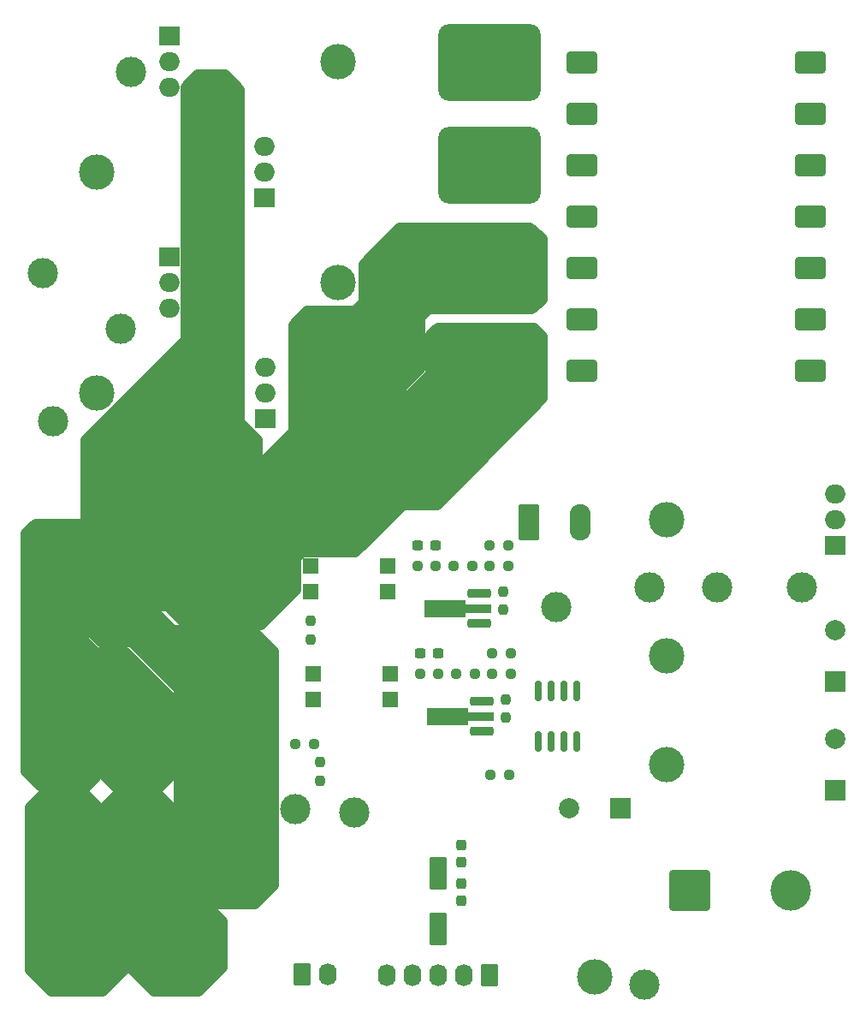
<source format=gbr>
%TF.GenerationSoftware,KiCad,Pcbnew,9.0.3*%
%TF.CreationDate,2025-08-21T00:43:34-03:00*%
%TF.ProjectId,PCB_Conversor,5043425f-436f-46e7-9665-72736f722e6b,rev?*%
%TF.SameCoordinates,Original*%
%TF.FileFunction,Soldermask,Bot*%
%TF.FilePolarity,Negative*%
%FSLAX46Y46*%
G04 Gerber Fmt 4.6, Leading zero omitted, Abs format (unit mm)*
G04 Created by KiCad (PCBNEW 9.0.3) date 2025-08-21 00:43:34*
%MOMM*%
%LPD*%
G01*
G04 APERTURE LIST*
G04 Aperture macros list*
%AMRoundRect*
0 Rectangle with rounded corners*
0 $1 Rounding radius*
0 $2 $3 $4 $5 $6 $7 $8 $9 X,Y pos of 4 corners*
0 Add a 4 corners polygon primitive as box body*
4,1,4,$2,$3,$4,$5,$6,$7,$8,$9,$2,$3,0*
0 Add four circle primitives for the rounded corners*
1,1,$1+$1,$2,$3*
1,1,$1+$1,$4,$5*
1,1,$1+$1,$6,$7*
1,1,$1+$1,$8,$9*
0 Add four rect primitives between the rounded corners*
20,1,$1+$1,$2,$3,$4,$5,0*
20,1,$1+$1,$4,$5,$6,$7,0*
20,1,$1+$1,$6,$7,$8,$9,0*
20,1,$1+$1,$8,$9,$2,$3,0*%
%AMFreePoly0*
4,1,9,5.362500,-0.866500,1.237500,-0.866500,1.237500,-0.450000,-1.237500,-0.450000,-1.237500,0.450000,1.237500,0.450000,1.237500,0.866500,5.362500,0.866500,5.362500,-0.866500,5.362500,-0.866500,$1*%
G04 Aperture macros list end*
%ADD10C,1.200000*%
%ADD11C,8.636000*%
%ADD12RoundRect,0.250000X0.620000X0.845000X-0.620000X0.845000X-0.620000X-0.845000X0.620000X-0.845000X0*%
%ADD13O,1.740000X2.190000*%
%ADD14C,3.000000*%
%ADD15RoundRect,0.250001X-0.949999X0.949999X-0.949999X-0.949999X0.949999X-0.949999X0.949999X0.949999X0*%
%ADD16C,2.400000*%
%ADD17RoundRect,0.250000X-1.750000X-1.750000X1.750000X-1.750000X1.750000X1.750000X-1.750000X1.750000X0*%
%ADD18C,4.000000*%
%ADD19C,3.810000*%
%ADD20RoundRect,0.249999X-0.790001X-1.550001X0.790001X-1.550001X0.790001X1.550001X-0.790001X1.550001X0*%
%ADD21O,2.080000X3.600000*%
%ADD22RoundRect,0.250000X-0.620000X-0.845000X0.620000X-0.845000X0.620000X0.845000X-0.620000X0.845000X0*%
%ADD23RoundRect,1.143000X-3.937000X2.667000X-3.937000X-2.667000X3.937000X-2.667000X3.937000X2.667000X0*%
%ADD24RoundRect,0.330000X-1.170000X-0.770000X1.170000X-0.770000X1.170000X0.770000X-1.170000X0.770000X0*%
%ADD25C,3.500000*%
%ADD26R,2.000000X2.000000*%
%ADD27C,2.000000*%
%ADD28RoundRect,0.237500X-0.237500X0.300000X-0.237500X-0.300000X0.237500X-0.300000X0.237500X0.300000X0*%
%ADD29RoundRect,0.237500X-0.250000X-0.237500X0.250000X-0.237500X0.250000X0.237500X-0.250000X0.237500X0*%
%ADD30RoundRect,0.237500X0.250000X0.237500X-0.250000X0.237500X-0.250000X-0.237500X0.250000X-0.237500X0*%
%ADD31RoundRect,0.150000X-0.150000X0.825000X-0.150000X-0.825000X0.150000X-0.825000X0.150000X0.825000X0*%
%ADD32R,2.000000X1.905000*%
%ADD33O,2.000000X1.905000*%
%ADD34RoundRect,0.250000X0.550000X0.550000X-0.550000X0.550000X-0.550000X-0.550000X0.550000X-0.550000X0*%
%ADD35RoundRect,0.225000X0.925000X0.225000X-0.925000X0.225000X-0.925000X-0.225000X0.925000X-0.225000X0*%
%ADD36FreePoly0,180.000000*%
%ADD37RoundRect,0.237500X-0.237500X0.250000X-0.237500X-0.250000X0.237500X-0.250000X0.237500X0.250000X0*%
%ADD38RoundRect,0.237500X0.300000X0.237500X-0.300000X0.237500X-0.300000X-0.237500X0.300000X-0.237500X0*%
%ADD39RoundRect,0.250000X0.600000X-1.400000X0.600000X1.400000X-0.600000X1.400000X-0.600000X-1.400000X0*%
%ADD40RoundRect,0.237500X0.237500X-0.300000X0.237500X0.300000X-0.237500X0.300000X-0.237500X-0.300000X0*%
G04 APERTURE END LIST*
D10*
X113397710Y-71544995D02*
X113396465Y-77545745D01*
X112382000Y-78403246D01*
X102202001Y-78403246D01*
X101269000Y-79307757D01*
X101269000Y-84466246D01*
X81838000Y-103897246D01*
X68376000Y-103897246D01*
X64820000Y-107453246D01*
X64820000Y-113168246D01*
X69138000Y-117486246D01*
X69138000Y-124852246D01*
X68122000Y-125868246D01*
X64058000Y-125868246D01*
X62407000Y-124217246D01*
X62407000Y-100722246D01*
X63296000Y-99833246D01*
X79679848Y-99833246D01*
X88887000Y-90595246D01*
X88887000Y-80145218D01*
X90191370Y-78762362D01*
X94873860Y-78760087D01*
X95808000Y-77937300D01*
X95808000Y-74134009D01*
X99301000Y-70529246D01*
X112178812Y-70529246D01*
X113397710Y-71544995D01*
G36*
X113397710Y-71544995D02*
G01*
X113396465Y-77545745D01*
X112382000Y-78403246D01*
X102202001Y-78403246D01*
X101269000Y-79307757D01*
X101269000Y-84466246D01*
X81838000Y-103897246D01*
X68376000Y-103897246D01*
X64820000Y-107453246D01*
X64820000Y-113168246D01*
X69138000Y-117486246D01*
X69138000Y-124852246D01*
X68122000Y-125868246D01*
X64058000Y-125868246D01*
X62407000Y-124217246D01*
X62407000Y-100722246D01*
X63296000Y-99833246D01*
X79679848Y-99833246D01*
X88887000Y-90595246D01*
X88887000Y-80145218D01*
X90191370Y-78762362D01*
X94873860Y-78760087D01*
X95808000Y-77937300D01*
X95808000Y-74134009D01*
X99301000Y-70529246D01*
X112178812Y-70529246D01*
X113397710Y-71544995D01*
G37*
X69265000Y-127646246D02*
X69265000Y-134631246D01*
X71932000Y-137298246D01*
X71932000Y-143902246D01*
X69900000Y-145934246D01*
X64820000Y-145934246D01*
X62788000Y-143902246D01*
X62788000Y-127773246D01*
X64058000Y-126503246D01*
X68122000Y-126503246D01*
X69265000Y-127646246D01*
G36*
X69265000Y-127646246D02*
G01*
X69265000Y-134631246D01*
X71932000Y-137298246D01*
X71932000Y-143902246D01*
X69900000Y-145934246D01*
X64820000Y-145934246D01*
X62788000Y-143902246D01*
X62788000Y-127773246D01*
X64058000Y-126503246D01*
X68122000Y-126503246D01*
X69265000Y-127646246D01*
G37*
X76631000Y-127773246D02*
X76631000Y-133996246D01*
X81711000Y-139076246D01*
X81711000Y-143648246D01*
X79425000Y-145934246D01*
X74980000Y-145934246D01*
X72948000Y-143902246D01*
X72948000Y-136830651D01*
X70154000Y-134163651D01*
X70154000Y-127773246D01*
X71424000Y-126503246D01*
X75361000Y-126503246D01*
X76631000Y-127773246D01*
G36*
X76631000Y-127773246D02*
G01*
X76631000Y-133996246D01*
X81711000Y-139076246D01*
X81711000Y-143648246D01*
X79425000Y-145934246D01*
X74980000Y-145934246D01*
X72948000Y-143902246D01*
X72948000Y-136830651D01*
X70154000Y-134163651D01*
X70154000Y-127773246D01*
X71424000Y-126503246D01*
X75361000Y-126503246D01*
X76631000Y-127773246D01*
G37*
X113398000Y-81197246D02*
X113398000Y-87293246D01*
X103050335Y-97801246D01*
X99618000Y-97801246D01*
X94919000Y-102500246D01*
X89585000Y-102500246D01*
X88950000Y-103135246D01*
X88950000Y-106310246D01*
X85587000Y-109673246D01*
X78216000Y-109673246D01*
X76377000Y-107834246D01*
X69138000Y-107834246D01*
X67995000Y-108977246D01*
X67995000Y-111263246D01*
X69265000Y-112533246D01*
X72186000Y-112533246D01*
X76504000Y-116851246D01*
X76504000Y-124725246D01*
X75361000Y-125868246D01*
X71424000Y-125868246D01*
X70027000Y-124471246D01*
X70027000Y-116978246D01*
X65328000Y-112279246D01*
X65328000Y-108088246D01*
X68630000Y-104786246D01*
X82537000Y-104786246D01*
X102476000Y-84957738D01*
X102476000Y-81070246D01*
X103111000Y-80435246D01*
X112636000Y-80435246D01*
X113398000Y-81197246D01*
G36*
X113398000Y-81197246D02*
G01*
X113398000Y-87293246D01*
X103050335Y-97801246D01*
X99618000Y-97801246D01*
X94919000Y-102500246D01*
X89585000Y-102500246D01*
X88950000Y-103135246D01*
X88950000Y-106310246D01*
X85587000Y-109673246D01*
X78216000Y-109673246D01*
X76377000Y-107834246D01*
X69138000Y-107834246D01*
X67995000Y-108977246D01*
X67995000Y-111263246D01*
X69265000Y-112533246D01*
X72186000Y-112533246D01*
X76504000Y-116851246D01*
X76504000Y-124725246D01*
X75361000Y-125868246D01*
X71424000Y-125868246D01*
X70027000Y-124471246D01*
X70027000Y-116978246D01*
X65328000Y-112279246D01*
X65328000Y-108088246D01*
X68630000Y-104786246D01*
X82537000Y-104786246D01*
X102476000Y-84957738D01*
X102476000Y-81070246D01*
X103111000Y-80435246D01*
X112636000Y-80435246D01*
X113398000Y-81197246D01*
G37*
X76885000Y-110374246D02*
X84759000Y-110374246D01*
X86791000Y-112406246D01*
X86791000Y-135520246D01*
X85013000Y-137298246D01*
X80949000Y-137298246D01*
X77520000Y-133869246D01*
X77520000Y-116089246D01*
X72821000Y-111390246D01*
X69773000Y-111390246D01*
X69011000Y-110628246D01*
X69011000Y-109612246D01*
X69900000Y-108723246D01*
X75234000Y-108723246D01*
X76885000Y-110374246D01*
G36*
X76885000Y-110374246D02*
G01*
X84759000Y-110374246D01*
X86791000Y-112406246D01*
X86791000Y-135520246D01*
X85013000Y-137298246D01*
X80949000Y-137298246D01*
X77520000Y-133869246D01*
X77520000Y-116089246D01*
X72821000Y-111390246D01*
X69773000Y-111390246D01*
X69011000Y-110628246D01*
X69011000Y-109612246D01*
X69900000Y-108723246D01*
X75234000Y-108723246D01*
X76885000Y-110374246D01*
G37*
X83426000Y-56813246D02*
X83426000Y-89706246D01*
X85204000Y-91484246D01*
X85204000Y-93008246D01*
X79108000Y-99104246D01*
X68313000Y-99104246D01*
X68313000Y-91484246D01*
X78219000Y-81578246D01*
X78219000Y-56559246D01*
X79362000Y-55416246D01*
X82029000Y-55416246D01*
X83426000Y-56813246D01*
G36*
X83426000Y-56813246D02*
G01*
X83426000Y-89706246D01*
X85204000Y-91484246D01*
X85204000Y-93008246D01*
X79108000Y-99104246D01*
X68313000Y-99104246D01*
X68313000Y-91484246D01*
X78219000Y-81578246D01*
X78219000Y-56559246D01*
X79362000Y-55416246D01*
X82029000Y-55416246D01*
X83426000Y-56813246D01*
G37*
D11*
%TO.C,Pwr+2*%
X77330000Y-141616246D03*
%TD*%
D12*
%TO.C,HMI_Signal_B1*%
X108191000Y-144410246D03*
D13*
X105651000Y-144410246D03*
X103111000Y-144410246D03*
X100571000Y-144410246D03*
X98031000Y-144410246D03*
%TD*%
D14*
%TO.C,TP2*%
X71742000Y-80435246D03*
%TD*%
D15*
%TO.C,C3*%
X69723000Y-102659246D03*
D16*
X69723000Y-110159246D03*
%TD*%
D15*
%TO.C,C4*%
X85839000Y-106353492D03*
D16*
X85839000Y-113853492D03*
%TD*%
D14*
%TO.C,TP5*%
X123494000Y-145299246D03*
%TD*%
D17*
%TO.C,C5*%
X128003000Y-136028246D03*
D18*
X138003000Y-136028246D03*
%TD*%
D19*
%TO.C,F1*%
X65836000Y-133361246D03*
X65836000Y-128281246D03*
X65836000Y-124090246D03*
X65836000Y-119010246D03*
%TD*%
D14*
%TO.C,TP6*%
X65011000Y-89579246D03*
%TD*%
D11*
%TO.C,Pwr+1*%
X67551000Y-141616246D03*
%TD*%
D14*
%TO.C,TP8*%
X114795000Y-107961246D03*
%TD*%
%TO.C,TP7*%
X63995000Y-74974246D03*
%TD*%
%TO.C,TP9*%
X94856000Y-128314246D03*
%TD*%
D20*
%TO.C,HVDCBus_A1*%
X112128000Y-99579246D03*
D21*
X117208000Y-99579246D03*
%TD*%
D14*
%TO.C,TP4*%
X124002000Y-106056246D03*
%TD*%
D22*
%TO.C,12V_PwrCnv1*%
X89649000Y-144283246D03*
D13*
X92189000Y-144283246D03*
%TD*%
D11*
%TO.C,Pwr-1*%
X82410000Y-123201246D03*
%TD*%
D14*
%TO.C,TP3*%
X72758000Y-55035246D03*
%TD*%
D23*
%TO.C,TR1*%
X108191000Y-54146246D03*
X108191000Y-64306246D03*
X108191000Y-74466246D03*
X108191000Y-84626246D03*
D24*
X139941000Y-54146246D03*
X139941000Y-74466246D03*
X117335000Y-54146246D03*
X139941000Y-59226246D03*
X117335000Y-59226246D03*
X139941000Y-64306246D03*
X117335000Y-64306246D03*
X139941000Y-69386246D03*
X117335000Y-69386246D03*
X117335000Y-74466246D03*
X139941000Y-79546246D03*
X117335000Y-79546246D03*
X139941000Y-84626246D03*
X117335000Y-84626246D03*
%TD*%
D11*
%TO.C,Pwr-2*%
X82410000Y-132599246D03*
%TD*%
D19*
%TO.C,F2*%
X73329000Y-133361246D03*
X73329000Y-128281246D03*
X73329000Y-124090246D03*
X73329000Y-119010246D03*
%TD*%
D14*
%TO.C,L1*%
X139115000Y-106056246D03*
X130735000Y-106056246D03*
%TD*%
%TO.C,TP1*%
X89014000Y-127933246D03*
%TD*%
D25*
%TO.C,D4*%
X125757000Y-123582246D03*
D26*
X142417000Y-126122246D03*
D27*
X142417000Y-121042246D03*
%TD*%
D28*
%TO.C,C12*%
X105397000Y-131482746D03*
X105397000Y-133207746D03*
%TD*%
D29*
%TO.C,R36*%
X108191000Y-103897246D03*
X110016000Y-103897246D03*
%TD*%
D25*
%TO.C,D5*%
X118607000Y-144560246D03*
D26*
X121147000Y-127900246D03*
D27*
X116067000Y-127900246D03*
%TD*%
D30*
%TO.C,R34*%
X110016000Y-101865246D03*
X108191000Y-101865246D03*
%TD*%
D31*
%TO.C,U11*%
X113017000Y-116281246D03*
X114287000Y-116281246D03*
X115557000Y-116281246D03*
X116827000Y-116281246D03*
X116827000Y-121231246D03*
X115557000Y-121231246D03*
X114287000Y-121231246D03*
X113017000Y-121231246D03*
%TD*%
D25*
%TO.C,D3*%
X125757000Y-99325246D03*
D32*
X142417000Y-101865246D03*
D33*
X142417000Y-99325246D03*
X142417000Y-96785246D03*
%TD*%
D29*
%TO.C,R38*%
X101055500Y-103897246D03*
X102880500Y-103897246D03*
%TD*%
D34*
%TO.C,U14*%
X98158000Y-103897246D03*
X98158000Y-106437246D03*
X90538000Y-106437246D03*
X90538000Y-103897246D03*
%TD*%
D35*
%TO.C,U13*%
X107212000Y-106612246D03*
D36*
X107124500Y-108112246D03*
D35*
X107212000Y-109612246D03*
%TD*%
D25*
%TO.C,D2*%
X125757000Y-112787246D03*
D26*
X142417000Y-115327246D03*
D27*
X142417000Y-110247246D03*
%TD*%
D30*
%TO.C,R46*%
X90815500Y-121550246D03*
X88990500Y-121550246D03*
%TD*%
D25*
%TO.C,Q18*%
X93205000Y-54082746D03*
D32*
X76545000Y-51542746D03*
D33*
X76545000Y-54082746D03*
X76545000Y-56622746D03*
%TD*%
D37*
%TO.C,R47*%
X91427000Y-123337746D03*
X91427000Y-125162746D03*
%TD*%
D38*
%TO.C,C18*%
X103084499Y-112533246D03*
X101359499Y-112533246D03*
%TD*%
D34*
%TO.C,U16*%
X98412000Y-114565246D03*
X98412000Y-117105246D03*
X90792000Y-117105246D03*
X90792000Y-114565246D03*
%TD*%
D25*
%TO.C,Q21*%
X69329000Y-86785246D03*
D32*
X85989000Y-89325246D03*
D33*
X85989000Y-86785246D03*
X85989000Y-84245246D03*
%TD*%
D30*
%TO.C,R27*%
X110119500Y-124598246D03*
X108294500Y-124598246D03*
%TD*%
D25*
%TO.C,Q15*%
X69306000Y-64941246D03*
D32*
X85966000Y-67481246D03*
D33*
X85966000Y-64941246D03*
X85966000Y-62401246D03*
%TD*%
D29*
%TO.C,R45*%
X101309500Y-114565246D03*
X103134500Y-114565246D03*
%TD*%
D37*
%TO.C,R35*%
X109588000Y-106413746D03*
X109588000Y-108238746D03*
%TD*%
%TO.C,R39*%
X90538000Y-109358246D03*
X90538000Y-111183246D03*
%TD*%
%TO.C,R42*%
X109842000Y-117081745D03*
X109842000Y-118906745D03*
%TD*%
D29*
%TO.C,R44*%
X104889000Y-114565246D03*
X106714000Y-114565246D03*
%TD*%
D30*
%TO.C,R41*%
X110270000Y-112533246D03*
X108445000Y-112533246D03*
%TD*%
D38*
%TO.C,C17*%
X102830500Y-101865246D03*
X101105500Y-101865246D03*
%TD*%
D39*
%TO.C,D10*%
X103111000Y-139794246D03*
X103111000Y-134294246D03*
%TD*%
D35*
%TO.C,U15*%
X107466000Y-117280245D03*
D36*
X107378500Y-118780245D03*
D35*
X107466000Y-120280245D03*
%TD*%
D29*
%TO.C,R37*%
X104635000Y-103897246D03*
X106460000Y-103897246D03*
%TD*%
%TO.C,R43*%
X108445000Y-114565246D03*
X110270000Y-114565246D03*
%TD*%
D40*
%TO.C,C13*%
X105397000Y-137044246D03*
X105397000Y-135319246D03*
%TD*%
D25*
%TO.C,Q24*%
X93228000Y-75863246D03*
D32*
X76568000Y-73323246D03*
D33*
X76568000Y-75863246D03*
X76568000Y-78403246D03*
%TD*%
M02*

</source>
